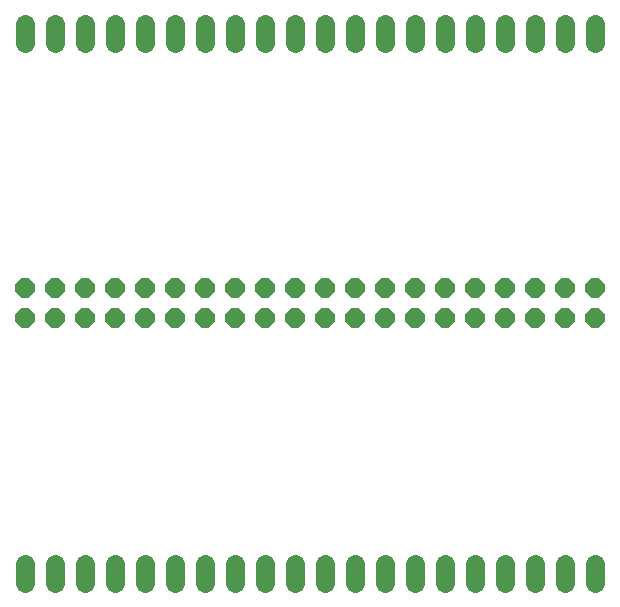
<source format=gbr>
G04 EAGLE Gerber X2 export*
%TF.Part,Single*%
%TF.FileFunction,Copper,L2,Bot,Mixed*%
%TF.FilePolarity,Positive*%
%TF.GenerationSoftware,Autodesk,EAGLE,9.0.0*%
%TF.CreationDate,2018-04-25T19:38:23Z*%
G75*
%MOMM*%
%FSLAX34Y34*%
%LPD*%
%AMOC8*
5,1,8,0,0,1.08239X$1,22.5*%
G01*
%ADD10P,1.759533X8X22.500000*%
%ADD11C,1.625600*%


D10*
X241300Y368300D03*
X241300Y393700D03*
X266700Y368300D03*
X266700Y393700D03*
X292100Y368300D03*
X292100Y393700D03*
X317500Y368300D03*
X317500Y393700D03*
X342900Y368300D03*
X342900Y393700D03*
X368300Y368300D03*
X368300Y393700D03*
X393700Y368300D03*
X393700Y393700D03*
X419100Y368300D03*
X419100Y393700D03*
X444500Y368300D03*
X444500Y393700D03*
X469900Y368300D03*
X469900Y393700D03*
X495300Y368300D03*
X495300Y393700D03*
X520700Y368300D03*
X520700Y393700D03*
X546100Y368300D03*
X546100Y393700D03*
X571500Y368300D03*
X571500Y393700D03*
X596900Y368300D03*
X596900Y393700D03*
X622300Y368300D03*
X622300Y393700D03*
X647700Y368300D03*
X647700Y393700D03*
X673100Y368300D03*
X673100Y393700D03*
X698500Y368300D03*
X698500Y393700D03*
X723900Y368300D03*
X723900Y393700D03*
D11*
X241300Y160528D02*
X241300Y144272D01*
X266700Y144272D02*
X266700Y160528D01*
X292100Y160528D02*
X292100Y144272D01*
X317500Y144272D02*
X317500Y160528D01*
X342900Y160528D02*
X342900Y144272D01*
X368300Y144272D02*
X368300Y160528D01*
X393700Y160528D02*
X393700Y144272D01*
X419100Y144272D02*
X419100Y160528D01*
X444500Y160528D02*
X444500Y144272D01*
X469900Y144272D02*
X469900Y160528D01*
X495300Y160528D02*
X495300Y144272D01*
X520700Y144272D02*
X520700Y160528D01*
X546100Y160528D02*
X546100Y144272D01*
X571500Y144272D02*
X571500Y160528D01*
X596900Y160528D02*
X596900Y144272D01*
X622300Y144272D02*
X622300Y160528D01*
X647700Y160528D02*
X647700Y144272D01*
X673100Y144272D02*
X673100Y160528D01*
X698500Y160528D02*
X698500Y144272D01*
X723900Y144272D02*
X723900Y160528D01*
X241300Y601472D02*
X241300Y617728D01*
X266700Y617728D02*
X266700Y601472D01*
X292100Y601472D02*
X292100Y617728D01*
X317500Y617728D02*
X317500Y601472D01*
X342900Y601472D02*
X342900Y617728D01*
X368300Y617728D02*
X368300Y601472D01*
X393700Y601472D02*
X393700Y617728D01*
X419100Y617728D02*
X419100Y601472D01*
X444500Y601472D02*
X444500Y617728D01*
X469900Y617728D02*
X469900Y601472D01*
X495300Y601472D02*
X495300Y617728D01*
X520700Y617728D02*
X520700Y601472D01*
X546100Y601472D02*
X546100Y617728D01*
X571500Y617728D02*
X571500Y601472D01*
X596900Y601472D02*
X596900Y617728D01*
X622300Y617728D02*
X622300Y601472D01*
X647700Y601472D02*
X647700Y617728D01*
X673100Y617728D02*
X673100Y601472D01*
X698500Y601472D02*
X698500Y617728D01*
X723900Y617728D02*
X723900Y601472D01*
M02*

</source>
